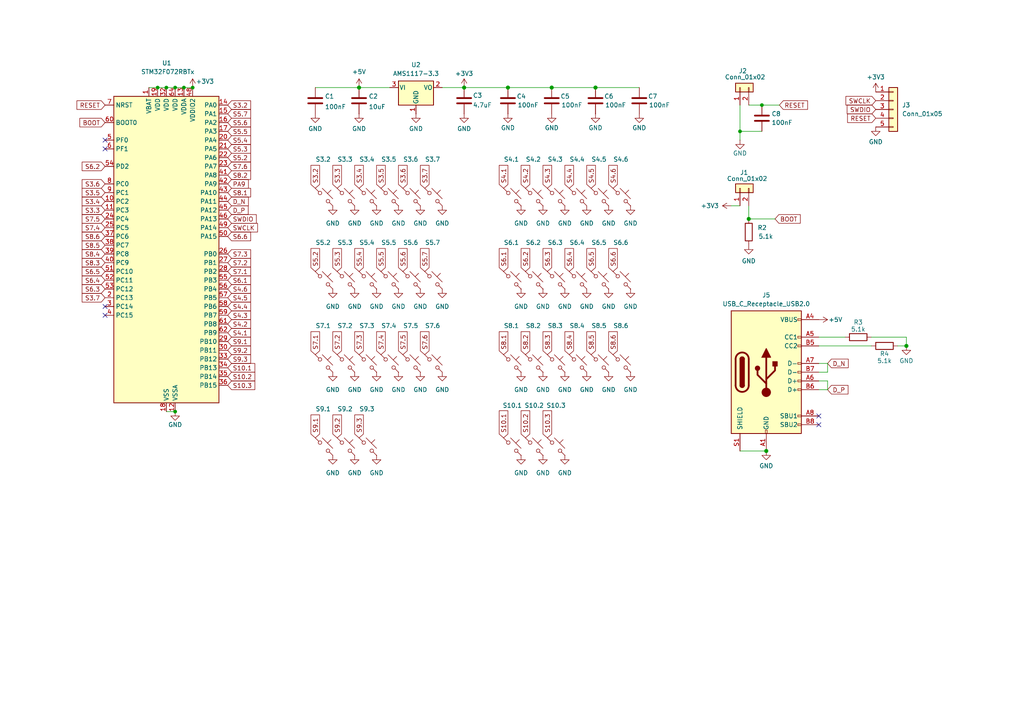
<source format=kicad_sch>
(kicad_sch (version 20231120) (generator "eeschema") (generator_version "8.0")
  (paper "A4")
  (lib_symbols
    (symbol "Connector:USB_C_Receptacle_USB2.0" (pin_names (offset 1.016))
      (property "Reference" "J" (at -10.16 19.05 0))
      (property "Value" "USB_C_Receptacle_USB2.0" (at 19.05 19.05 0))
      (symbol "USB_C_Receptacle_USB2.0_1_1"
        (pin passive line (at 0 -22.86 90) (length 5.08) (name "GND") (number "A1"))
        (pin passive line (at 0 -22.86 90) (length 5.08) hide (name "GND") (number "A12"))
        (pin passive line (at 15.24 15.24 180) (length 5.08) (name "VBUS") (number "A4"))
        (pin bidirectional line (at 15.24 10.16 180) (length 5.08) (name "CC1") (number "A5"))
        (pin bidirectional line (at 15.24 -2.54 180) (length 5.08) (name "D+") (number "A6"))
        (pin bidirectional line (at 15.24 2.54 180) (length 5.08) (name "D-") (number "A7"))
        (pin bidirectional line (at 15.24 -12.7 180) (length 5.08) (name "SBU1") (number "A8"))
        (pin passive line (at 15.24 15.24 180) (length 5.08) hide (name "VBUS") (number "A9"))
        (pin passive line (at 0 -22.86 90) (length 5.08) hide (name "GND") (number "B1"))
        (pin passive line (at 0 -22.86 90) (length 5.08) hide (name "GND") (number "B12"))
        (pin passive line (at 15.24 15.24 180) (length 5.08) hide (name "VBUS") (number "B4"))
        (pin bidirectional line (at 15.24 7.62 180) (length 5.08) (name "CC2") (number "B5"))
        (pin bidirectional line (at 15.24 -5.08 180) (length 5.08) (name "D+") (number "B6"))
        (pin bidirectional line (at 15.24 0 180) (length 5.08) (name "D-") (number "B7"))
        (pin bidirectional line (at 15.24 -15.24 180) (length 5.08) (name "SBU2") (number "B8"))
        (pin passive line (at 15.24 15.24 180) (length 5.08) hide (name "VBUS") (number "B9"))
        (pin passive line (at -7.62 -22.86 90) (length 5.08) (name "SHIELD") (number "S1"))
      )
    )
    (symbol "Connector_Generic:Conn_01x02" (pin_names (offset 1.016) hide)
      (property "Reference" "J" (at 0 2.54 0))
      (property "Value" "Conn_01x02" (at 0 -5.08 0))
      (symbol "Conn_01x02_1_1"
        (pin passive line (at -5.08 0 0) (length 3.81) (name "Pin_1") (number "1"))
        (pin passive line (at -5.08 -2.54 0) (length 3.81) (name "Pin_2") (number "2"))
      )
    )
    (symbol "Connector_Generic:Conn_01x05" (pin_names (offset 1.016) hide)
      (property "Reference" "J" (at 0 7.62 0))
      (property "Value" "Conn_01x05" (at 0 -7.62 0))
      (symbol "Conn_01x05_1_1"
        (pin passive line (at -5.08 5.08 0) (length 3.81) (name "Pin_1") (number "1"))
        (pin passive line (at -5.08 2.54 0) (length 3.81) (name "Pin_2") (number "2"))
        (pin passive line (at -5.08 0 0) (length 3.81) (name "Pin_3") (number "3"))
        (pin passive line (at -5.08 -2.54 0) (length 3.81) (name "Pin_4") (number "4"))
        (pin passive line (at -5.08 -5.08 0) (length 3.81) (name "Pin_5") (number "5"))
      )
    )
    (symbol "Device:C" (pin_numbers hide) (pin_names (offset 0.254))
      (property "Reference" "C" (at 0.635 2.54 0))
      (property "Value" "C" (at 0.635 -2.54 0))
      (symbol "C_1_1"
        (pin passive line (at 0 3.81 270) (length 2.794) (name "~") (number "1"))
        (pin passive line (at 0 -3.81 90) (length 2.794) (name "~") (number "2"))
      )
    )
    (symbol "Device:R" (pin_numbers hide) (pin_names (offset 0))
      (property "Reference" "R" (at 2.032 0 90))
      (property "Value" "R" (at 0 0 90))
      (symbol "R_1_1"
        (pin passive line (at 0 3.81 270) (length 1.27) (name "~") (number "1"))
        (pin passive line (at 0 -3.81 90) (length 1.27) (name "~") (number "2"))
      )
    )
    (symbol "MCU_ST_STM32F0:STM32F072RBTx"
      (property "Reference" "U" (at -15.24 46.99 0))
      (property "Value" "STM32F072RBTx" (at 10.16 46.99 0))
      (symbol "STM32F072RBTx_1_1"
        (pin power_in line (at -5.08 48.26 270) (length 2.54) (name "VBAT") (number "1"))
        (pin bidirectional line (at -17.78 15.24 0) (length 2.54) (name "PC2") (number "10"))
        (pin bidirectional line (at -17.78 12.7 0) (length 2.54) (name "PC3") (number "11"))
        (pin power_in line (at 2.54 -45.72 90) (length 2.54) (name "VSSA") (number "12"))
        (pin power_in line (at 5.08 48.26 270) (length 2.54) (name "VDDA") (number "13"))
        (pin bidirectional line (at 17.78 43.18 180) (length 2.54) (name "PA0") (number "14"))
        (pin bidirectional line (at 17.78 40.64 180) (length 2.54) (name "PA1") (number "15"))
        (pin bidirectional line (at 17.78 38.1 180) (length 2.54) (name "PA2") (number "16"))
        (pin bidirectional line (at 17.78 35.56 180) (length 2.54) (name "PA3") (number "17"))
        (pin power_in line (at 0 -45.72 90) (length 2.54) (name "VSS") (number "18"))
        (pin power_in line (at -2.54 48.26 270) (length 2.54) (name "VDD") (number "19"))
        (pin bidirectional line (at -17.78 -12.7 0) (length 2.54) (name "PC13") (number "2"))
        (pin bidirectional line (at 17.78 33.02 180) (length 2.54) (name "PA4") (number "20"))
        (pin bidirectional line (at 17.78 30.48 180) (length 2.54) (name "PA5") (number "21"))
        (pin bidirectional line (at 17.78 27.94 180) (length 2.54) (name "PA6") (number "22"))
        (pin bidirectional line (at 17.78 25.4 180) (length 2.54) (name "PA7") (number "23"))
        (pin bidirectional line (at -17.78 10.16 0) (length 2.54) (name "PC4") (number "24"))
        (pin bidirectional line (at -17.78 7.62 0) (length 2.54) (name "PC5") (number "25"))
        (pin bidirectional line (at 17.78 0 180) (length 2.54) (name "PB0") (number "26"))
        (pin bidirectional line (at 17.78 -2.54 180) (length 2.54) (name "PB1") (number "27"))
        (pin bidirectional line (at 17.78 -5.08 180) (length 2.54) (name "PB2") (number "28"))
        (pin bidirectional line (at 17.78 -25.4 180) (length 2.54) (name "PB10") (number "29"))
        (pin bidirectional line (at -17.78 -15.24 0) (length 2.54) (name "PC14") (number "3"))
        (pin bidirectional line (at 17.78 -27.94 180) (length 2.54) (name "PB11") (number "30"))
        (pin passive line (at 0 -45.72 90) (length 2.54) hide (name "VSS") (number "31"))
        (pin power_in line (at 0 48.26 270) (length 2.54) (name "VDD") (number "32"))
        (pin bidirectional line (at 17.78 -30.48 180) (length 2.54) (name "PB12") (number "33"))
        (pin bidirectional line (at 17.78 -33.02 180) (length 2.54) (name "PB13") (number "34"))
        (pin bidirectional line (at 17.78 -35.56 180) (length 2.54) (name "PB14") (number "35"))
        (pin bidirectional line (at 17.78 -38.1 180) (length 2.54) (name "PB15") (number "36"))
        (pin bidirectional line (at -17.78 5.08 0) (length 2.54) (name "PC6") (number "37"))
        (pin bidirectional line (at -17.78 2.54 0) (length 2.54) (name "PC7") (number "38"))
        (pin bidirectional line (at -17.78 0 0) (length 2.54) (name "PC8") (number "39"))
        (pin bidirectional line (at -17.78 -17.78 0) (length 2.54) (name "PC15") (number "4"))
        (pin bidirectional line (at -17.78 -2.54 0) (length 2.54) (name "PC9") (number "40"))
        (pin bidirectional line (at 17.78 22.86 180) (length 2.54) (name "PA8") (number "41"))
        (pin bidirectional line (at 17.78 20.32 180) (length 2.54) (name "PA9") (number "42"))
        (pin bidirectional line (at 17.78 17.78 180) (length 2.54) (name "PA10") (number "43"))
        (pin bidirectional line (at 17.78 15.24 180) (length 2.54) (name "PA11") (number "44"))
        (pin bidirectional line (at 17.78 12.7 180) (length 2.54) (name "PA12") (number "45"))
        (pin bidirectional line (at 17.78 10.16 180) (length 2.54) (name "PA13") (number "46"))
        (pin passive line (at 0 -45.72 90) (length 2.54) hide (name "VSS") (number "47"))
        (pin power_in line (at 7.62 48.26 270) (length 2.54) (name "VDDIO2") (number "48"))
        (pin bidirectional line (at 17.78 7.62 180) (length 2.54) (name "PA14") (number "49"))
        (pin bidirectional line (at -17.78 33.02 0) (length 2.54) (name "PF0") (number "5"))
        (pin bidirectional line (at 17.78 5.08 180) (length 2.54) (name "PA15") (number "50"))
        (pin bidirectional line (at -17.78 -5.08 0) (length 2.54) (name "PC10") (number "51"))
        (pin bidirectional line (at -17.78 -7.62 0) (length 2.54) (name "PC11") (number "52"))
        (pin bidirectional line (at -17.78 -10.16 0) (length 2.54) (name "PC12") (number "53"))
        (pin bidirectional line (at -17.78 25.4 0) (length 2.54) (name "PD2") (number "54"))
        (pin bidirectional line (at 17.78 -7.62 180) (length 2.54) (name "PB3") (number "55"))
        (pin bidirectional line (at 17.78 -10.16 180) (length 2.54) (name "PB4") (number "56"))
        (pin bidirectional line (at 17.78 -12.7 180) (length 2.54) (name "PB5") (number "57"))
        (pin bidirectional line (at 17.78 -15.24 180) (length 2.54) (name "PB6") (number "58"))
        (pin bidirectional line (at 17.78 -17.78 180) (length 2.54) (name "PB7") (number "59"))
        (pin bidirectional line (at -17.78 30.48 0) (length 2.54) (name "PF1") (number "6"))
        (pin input line (at -17.78 38.1 0) (length 2.54) (name "BOOT0") (number "60"))
        (pin bidirectional line (at 17.78 -20.32 180) (length 2.54) (name "PB8") (number "61"))
        (pin bidirectional line (at 17.78 -22.86 180) (length 2.54) (name "PB9") (number "62"))
        (pin passive line (at 0 -45.72 90) (length 2.54) hide (name "VSS") (number "63"))
        (pin power_in line (at 2.54 48.26 270) (length 2.54) (name "VDD") (number "64"))
        (pin input line (at -17.78 43.18 0) (length 2.54) (name "NRST") (number "7"))
        (pin bidirectional line (at -17.78 20.32 0) (length 2.54) (name "PC0") (number "8"))
        (pin bidirectional line (at -17.78 17.78 0) (length 2.54) (name "PC1") (number "9"))
      )
    )
    (symbol "Regulator_Linear:AMS1117-3.3" (pin_names (offset 0.254))
      (property "Reference" "U" (at -3.81 3.175 0))
      (property "Value" "AMS1117-3.3" (at 0 3.175 0))
      (symbol "AMS1117-3.3_1_1"
        (pin power_in line (at 0 -7.62 90) (length 2.54) (name "GND") (number "1"))
        (pin power_out line (at 7.62 0 180) (length 2.54) (name "VO") (number "2"))
        (pin power_in line (at -7.62 0 0) (length 2.54) (name "VI") (number "3"))
      )
    )
    (symbol "ScottoKeebs:Placeholder_Keyswitch" (pin_numbers hide) (pin_names (offset 1.016) hide)
      (property "Reference" "S" (at 3.048 1.016 0))
      (property "Value" "Keyswitch" (at 0 -3.81 0))
      (symbol "Placeholder_Keyswitch_0_1"
        (pin passive line (at -2.54 2.54 0) (length 0) (name "1") (number "1"))
        (pin passive line (at 2.54 -2.54 180) (length 0) (name "2") (number "2"))
      )
    )
    (symbol "power:+3V3" (power) (pin_names (offset 0))
      (property "Value" "+3V3" (at 0 3.556 0))
      (symbol "+3V3_1_1"
        (pin power_in line (at 0 0 90) (length 0) hide (name "+3V3") (number "1"))
      )
    )
    (symbol "power:+5V" (power) (pin_names (offset 0))
      (property "Value" "+5V" (at 0 3.556 0))
      (symbol "+5V_1_1"
        (pin power_in line (at 0 0 90) (length 0) hide (name "+5V") (number "1"))
      )
    )
    (symbol "power:GND" (power) (pin_numbers hide) (pin_names (offset 0) hide)
      (property "Value" "GND" (at 0 -3.81 0))
      (symbol "GND_1_1"
        (pin power_in line (at 0 0 270) (length 0) (name "~") (number "1"))
      )
    )
  )
  (junction (at 160.02 25.4) (diameter 1.016))
  (junction (at 134.62 25.4) (diameter 1.016))
  (junction (at 50.8 119.38))
  (junction (at 53.34 25.4))
  (junction (at 48.26 25.4))
  (junction (at 55.88 25.4))
  (junction (at 147.32 25.4) (diameter 1.016))
  (junction (at 222.25 130.81) (diameter 1.016))
  (junction (at 45.72 25.4))
  (junction (at 214.63 38.1))
  (junction (at 104.14 25.4) (diameter 1.016))
  (junction (at 217.17 63.5) (diameter 1.016))
  (junction (at 50.8 25.4))
  (junction (at 220.98 30.48))
  (junction (at 262.89 100.33) (diameter 1.016))
  (junction (at 172.72 25.4) (diameter 1.016))
  (no_connect (at 30.48 91.44))
  (no_connect (at 30.48 88.9))
  (no_connect (at 237.49 120.65))
  (no_connect (at 30.48 43.18))
  (no_connect (at 30.48 40.64))
  (no_connect (at 237.49 123.19))
  (wire (pts (xy 240.03 107.95) (xy 240.03 105.41)))
  (wire (pts (xy 214.63 38.1) (xy 214.63 30.48)))
  (wire (pts (xy 147.32 25.4) (xy 160.02 25.4)))
  (wire (pts (xy 214.63 40.64) (xy 214.63 38.1)))
  (wire (pts (xy 43.18 25.4) (xy 45.72 25.4)))
  (wire (pts (xy 214.63 38.1) (xy 220.98 38.1)))
  (wire (pts (xy 48.26 119.38) (xy 50.8 119.38)))
  (wire (pts (xy 217.17 59.69) (xy 217.17 63.5)))
  (wire (pts (xy 91.44 25.4) (xy 104.14 25.4)))
  (wire (pts (xy 260.35 100.33) (xy 262.89 100.33)))
  (wire (pts (xy 172.72 25.4) (xy 185.42 25.4)))
  (wire (pts (xy 226.06 30.48) (xy 220.98 30.48)))
  (wire (pts (xy 237.49 113.03) (xy 240.03 113.03)))
  (wire (pts (xy 237.49 100.33) (xy 252.73 100.33)))
  (wire (pts (xy 53.34 25.4) (xy 55.88 25.4)))
  (wire (pts (xy 237.49 110.49) (xy 240.03 110.49)))
  (wire (pts (xy 240.03 110.49) (xy 240.03 113.03)))
  (wire (pts (xy 50.8 25.4) (xy 53.34 25.4)))
  (wire (pts (xy 220.98 30.48) (xy 217.17 30.48)))
  (wire (pts (xy 237.49 97.79) (xy 245.11 97.79)))
  (wire (pts (xy 237.49 105.41) (xy 240.03 105.41)))
  (wire (pts (xy 134.62 25.4) (xy 147.32 25.4)))
  (wire (pts (xy 160.02 25.4) (xy 172.72 25.4)))
  (wire (pts (xy 45.72 25.4) (xy 48.26 25.4)))
  (wire (pts (xy 104.14 25.4) (xy 113.03 25.4)))
  (wire (pts (xy 48.26 25.4) (xy 50.8 25.4)))
  (wire (pts (xy 212.09 59.69) (xy 214.63 59.69)))
  (wire (pts (xy 217.17 63.5) (xy 224.79 63.5)))
  (wire (pts (xy 214.63 130.81) (xy 222.25 130.81)))
  (wire (pts (xy 128.27 25.4) (xy 134.62 25.4)))
  (wire (pts (xy 262.89 97.79) (xy 262.89 100.33)))
  (wire (pts (xy 252.73 97.79) (xy 262.89 97.79)))
  (wire (pts (xy 237.49 107.95) (xy 240.03 107.95)))
  (global_label "S3.4" (shape input) (at 30.48 58.42 180) (property "Intersheetrefs" "${INTERSHEET_REFS}" (effects (hide yes))))
  (global_label "S6.3" (shape input) (at 30.48 83.82 180) (property "Intersheetrefs" "${INTERSHEET_REFS}" (effects (hide yes))))
  (global_label "S3.3" (shape input) (at 30.48 60.96 180) (property "Intersheetrefs" "${INTERSHEET_REFS}" (effects (hide yes))))
  (global_label "RESET" (shape input) (at 226.06 30.48 0) (property "Intersheetrefs" "${INTERSHEET_REFS}" (effects (hide yes))))
  (global_label "S4.4" (shape input) (at 66.04 88.9 0) (property "Intersheetrefs" "${INTERSHEET_REFS}" (effects (hide yes))))
  (global_label "S5.6" (shape input) (at 66.04 35.56 0) (property "Intersheetrefs" "${INTERSHEET_REFS}" (effects (hide yes))))
  (global_label "S7.6" (shape input) (at 66.04 48.26 0) (property "Intersheetrefs" "${INTERSHEET_REFS}" (effects (hide yes))))
  (global_label "S4.6" (shape input) (at 66.04 83.82 0) (property "Intersheetrefs" "${INTERSHEET_REFS}" (effects (hide yes))))
  (global_label "SWDIO" (shape input) (at 254 31.75 180) (property "Intersheetrefs" "${INTERSHEET_REFS}" (effects (hide yes))))
  (global_label "S7.1" (shape input) (at 66.04 78.74 0) (property "Intersheetrefs" "${INTERSHEET_REFS}" (effects (hide yes))))
  (global_label "S7.1" (shape input) (at 91.44 102.87 90) (property "Intersheetrefs" "${INTERSHEET_REFS}" (effects (hide yes))))
  (global_label "D_N" (shape input) (at 240.03 105.41 0) (property "Intersheetrefs" "${INTERSHEET_REFS}" (effects (hide yes))))
  (global_label "S3.2" (shape input) (at 91.44 54.61 90) (property "Intersheetrefs" "${INTERSHEET_REFS}" (effects (hide yes))))
  (global_label "S7.2" (shape input) (at 66.04 76.2 0) (property "Intersheetrefs" "${INTERSHEET_REFS}" (effects (hide yes))))
  (global_label "S6.4" (shape input) (at 30.48 81.28 180) (property "Intersheetrefs" "${INTERSHEET_REFS}" (effects (hide yes))))
  (global_label "S6.2" (shape input) (at 30.48 48.26 180) (property "Intersheetrefs" "${INTERSHEET_REFS}" (effects (hide yes))))
  (global_label "S5.7" (shape input) (at 66.04 33.02 0) (property "Intersheetrefs" "${INTERSHEET_REFS}" (effects (hide yes))))
  (global_label "S9.1" (shape input) (at 66.04 99.06 0) (property "Intersheetrefs" "${INTERSHEET_REFS}" (effects (hide yes))))
  (global_label "S3.6" (shape input) (at 30.48 53.34 180) (property "Intersheetrefs" "${INTERSHEET_REFS}" (effects (hide yes))))
  (global_label "S5.5" (shape input) (at 110.49 78.74 90) (property "Intersheetrefs" "${INTERSHEET_REFS}" (effects (hide yes))))
  (global_label "S8.2" (shape input) (at 66.04 50.8 0) (property "Intersheetrefs" "${INTERSHEET_REFS}" (effects (hide yes))))
  (global_label "S8.4" (shape input) (at 165.1 102.87 90) (property "Intersheetrefs" "${INTERSHEET_REFS}" (effects (hide yes))))
  (global_label "S6.6" (shape input) (at 177.8 78.74 90) (property "Intersheetrefs" "${INTERSHEET_REFS}" (effects (hide yes))))
  (global_label "S5.3" (shape input) (at 66.04 43.18 0) (property "Intersheetrefs" "${INTERSHEET_REFS}" (effects (hide yes))))
  (global_label "S10.1" (shape input) (at 146.05 127 90) (property "Intersheetrefs" "${INTERSHEET_REFS}" (effects (hide yes))))
  (global_label "S4.2" (shape input) (at 66.04 93.98 0) (property "Intersheetrefs" "${INTERSHEET_REFS}" (effects (hide yes))))
  (global_label "S10.3" (shape input) (at 158.75 127 90) (property "Intersheetrefs" "${INTERSHEET_REFS}" (effects (hide yes))))
  (global_label "PA9" (shape input) (at 66.04 53.34 0) (property "Intersheetrefs" "${INTERSHEET_REFS}" (effects (hide yes))))
  (global_label "S4.6" (shape input) (at 177.8 54.61 90) (property "Intersheetrefs" "${INTERSHEET_REFS}" (effects (hide yes))))
  (global_label "S3.3" (shape input) (at 97.79 54.61 90) (property "Intersheetrefs" "${INTERSHEET_REFS}" (effects (hide yes))))
  (global_label "S5.7" (shape input) (at 123.19 78.74 90) (property "Intersheetrefs" "${INTERSHEET_REFS}" (effects (hide yes))))
  (global_label "S6.2" (shape input) (at 152.4 78.74 90) (property "Intersheetrefs" "${INTERSHEET_REFS}" (effects (hide yes))))
  (global_label "S7.3" (shape input) (at 104.14 102.87 90) (property "Intersheetrefs" "${INTERSHEET_REFS}" (effects (hide yes))))
  (global_label "S6.6" (shape input) (at 66.04 68.58 0) (property "Intersheetrefs" "${INTERSHEET_REFS}" (effects (hide yes))))
  (global_label "SWCLK" (shape input) (at 254 29.21 180) (property "Intersheetrefs" "${INTERSHEET_REFS}" (effects (hide yes))))
  (global_label "S9.2" (shape input) (at 97.79 127 90) (property "Intersheetrefs" "${INTERSHEET_REFS}" (effects (hide yes))))
  (global_label "S8.3" (shape input) (at 158.75 102.87 90) (property "Intersheetrefs" "${INTERSHEET_REFS}" (effects (hide yes))))
  (global_label "S3.5" (shape input) (at 110.49 54.61 90) (property "Intersheetrefs" "${INTERSHEET_REFS}" (effects (hide yes))))
  (global_label "D_P" (shape input) (at 66.04 60.96 0) (property "Intersheetrefs" "${INTERSHEET_REFS}" (effects (hide yes))))
  (global_label "S10.2" (shape input) (at 66.04 109.22 0) (property "Intersheetrefs" "${INTERSHEET_REFS}" (effects (hide yes))))
  (global_label "S5.2" (shape input) (at 66.04 45.72 0) (property "Intersheetrefs" "${INTERSHEET_REFS}" (effects (hide yes))))
  (global_label "S3.4" (shape input) (at 104.14 54.61 90) (property "Intersheetrefs" "${INTERSHEET_REFS}" (effects (hide yes))))
  (global_label "S10.2" (shape input) (at 152.4 127 90) (property "Intersheetrefs" "${INTERSHEET_REFS}" (effects (hide yes))))
  (global_label "S3.5" (shape input) (at 30.48 55.88 180) (property "Intersheetrefs" "${INTERSHEET_REFS}" (effects (hide yes))))
  (global_label "S9.1" (shape input) (at 91.44 127 90) (property "Intersheetrefs" "${INTERSHEET_REFS}" (effects (hide yes))))
  (global_label "S4.5" (shape input) (at 171.45 54.61 90) (property "Intersheetrefs" "${INTERSHEET_REFS}" (effects (hide yes))))
  (global_label "S5.4" (shape input) (at 66.04 40.64 0) (property "Intersheetrefs" "${INTERSHEET_REFS}" (effects (hide yes))))
  (global_label "RESET" (shape input) (at 254 34.29 180) (property "Intersheetrefs" "${INTERSHEET_REFS}" (effects (hide yes))))
  (global_label "S8.4" (shape input) (at 30.48 73.66 180) (property "Intersheetrefs" "${INTERSHEET_REFS}" (effects (hide yes))))
  (global_label "BOOT" (shape input) (at 224.79 63.5 0) (property "Intersheetrefs" "${INTERSHEET_REFS}" (effects (hide yes))))
  (global_label "S7.4" (shape input) (at 30.48 66.04 180) (property "Intersheetrefs" "${INTERSHEET_REFS}" (effects (hide yes))))
  (global_label "S5.6" (shape input) (at 116.84 78.74 90) (property "Intersheetrefs" "${INTERSHEET_REFS}" (effects (hide yes))))
  (global_label "S3.6" (shape input) (at 116.84 54.61 90) (property "Intersheetrefs" "${INTERSHEET_REFS}" (effects (hide yes))))
  (global_label "S9.2" (shape input) (at 66.04 101.6 0) (property "Intersheetrefs" "${INTERSHEET_REFS}" (effects (hide yes))))
  (global_label "S7.5" (shape input) (at 30.48 63.5 180) (property "Intersheetrefs" "${INTERSHEET_REFS}" (effects (hide yes))))
  (global_label "SWCLK" (shape input) (at 66.04 66.04 0) (property "Intersheetrefs" "${INTERSHEET_REFS}" (effects (hide yes))))
  (global_label "S7.5" (shape input) (at 116.84 102.87 90) (property "Intersheetrefs" "${INTERSHEET_REFS}" (effects (hide yes))))
  (global_label "S5.4" (shape input) (at 104.14 78.74 90) (property "Intersheetrefs" "${INTERSHEET_REFS}" (effects (hide yes))))
  (global_label "S5.3" (shape input) (at 97.79 78.74 90) (property "Intersheetrefs" "${INTERSHEET_REFS}" (effects (hide yes))))
  (global_label "S7.6" (shape input) (at 123.19 102.87 90) (property "Intersheetrefs" "${INTERSHEET_REFS}" (effects (hide yes))))
  (global_label "S4.1" (shape input) (at 146.05 54.61 90) (property "Intersheetrefs" "${INTERSHEET_REFS}" (effects (hide yes))))
  (global_label "S7.3" (shape input) (at 66.04 73.66 0) (property "Intersheetrefs" "${INTERSHEET_REFS}" (effects (hide yes))))
  (global_label "BOOT" (shape input) (at 30.48 35.56 180) (property "Intersheetrefs" "${INTERSHEET_REFS}" (effects (hide yes))))
  (global_label "S6.4" (shape input) (at 165.1 78.74 90) (property "Intersheetrefs" "${INTERSHEET_REFS}" (effects (hide yes))))
  (global_label "S8.6" (shape input) (at 177.8 102.87 90) (property "Intersheetrefs" "${INTERSHEET_REFS}" (effects (hide yes))))
  (global_label "D_P" (shape input) (at 240.03 113.03 0) (property "Intersheetrefs" "${INTERSHEET_REFS}" (effects (hide yes))))
  (global_label "S7.2" (shape input) (at 97.79 102.87 90) (property "Intersheetrefs" "${INTERSHEET_REFS}" (effects (hide yes))))
  (global_label "S8.2" (shape input) (at 152.4 102.87 90) (property "Intersheetrefs" "${INTERSHEET_REFS}" (effects (hide yes))))
  (global_label "S3.7" (shape input) (at 123.19 54.61 90) (property "Intersheetrefs" "${INTERSHEET_REFS}" (effects (hide yes))))
  (global_label "S6.1" (shape input) (at 146.05 78.74 90) (property "Intersheetrefs" "${INTERSHEET_REFS}" (effects (hide yes))))
  (global_label "S7.4" (shape input) (at 110.49 102.87 90) (property "Intersheetrefs" "${INTERSHEET_REFS}" (effects (hide yes))))
  (global_label "S8.5" (shape input) (at 30.48 71.12 180) (property "Intersheetrefs" "${INTERSHEET_REFS}" (effects (hide yes))))
  (global_label "S6.1" (shape input) (at 66.04 81.28 0) (property "Intersheetrefs" "${INTERSHEET_REFS}" (effects (hide yes))))
  (global_label "S4.2" (shape input) (at 152.4 54.61 90) (property "Intersheetrefs" "${INTERSHEET_REFS}" (effects (hide yes))))
  (global_label "S5.5" (shape input) (at 66.04 38.1 0) (property "Intersheetrefs" "${INTERSHEET_REFS}" (effects (hide yes))))
  (global_label "RESET" (shape input) (at 30.48 30.48 180) (property "Intersheetrefs" "${INTERSHEET_REFS}" (effects (hide yes))))
  (global_label "SWDIO" (shape input) (at 66.04 63.5 0) (property "Intersheetrefs" "${INTERSHEET_REFS}" (effects (hide yes))))
  (global_label "S8.3" (shape input) (at 30.48 76.2 180) (property "Intersheetrefs" "${INTERSHEET_REFS}" (effects (hide yes))))
  (global_label "S8.6" (shape input) (at 30.48 68.58 180) (property "Intersheetrefs" "${INTERSHEET_REFS}" (effects (hide yes))))
  (global_label "S6.5" (shape input) (at 30.48 78.74 180) (property "Intersheetrefs" "${INTERSHEET_REFS}" (effects (hide yes))))
  (global_label "S10.1" (shape input) (at 66.04 106.68 0) (property "Intersheetrefs" "${INTERSHEET_REFS}" (effects (hide yes))))
  (global_label "S8.1" (shape input) (at 146.05 102.87 90) (property "Intersheetrefs" "${INTERSHEET_REFS}" (effects (hide yes))))
  (global_label "S10.3" (shape input) (at 66.04 111.76 0) (property "Intersheetrefs" "${INTERSHEET_REFS}" (effects (hide yes))))
  (global_label "S4.3" (shape input) (at 66.04 91.44 0) (property "Intersheetrefs" "${INTERSHEET_REFS}" (effects (hide yes))))
  (global_label "S9.3" (shape input) (at 66.04 104.14 0) (property "Intersheetrefs" "${INTERSHEET_REFS}" (effects (hide yes))))
  (global_label "S5.2" (shape input) (at 91.44 78.74 90) (property "Intersheetrefs" "${INTERSHEET_REFS}" (effects (hide yes))))
  (global_label "S4.1" (shape input) (at 66.04 96.52 0) (property "Intersheetrefs" "${INTERSHEET_REFS}" (effects (hide yes))))
  (global_label "S4.5" (shape input) (at 66.04 86.36 0) (property "Intersheetrefs" "${INTERSHEET_REFS}" (effects (hide yes))))
  (global_label "S3.7" (shape input) (at 30.48 86.36 180) (property "Intersheetrefs" "${INTERSHEET_REFS}" (effects (hide yes))))
  (global_label "S8.5" (shape input) (at 171.45 102.87 90) (property "Intersheetrefs" "${INTERSHEET_REFS}" (effects (hide yes))))
  (global_label "S4.3" (shape input) (at 158.75 54.61 90) (property "Intersheetrefs" "${INTERSHEET_REFS}" (effects (hide yes))))
  (global_label "S4.4" (shape input) (at 165.1 54.61 90) (property "Intersheetrefs" "${INTERSHEET_REFS}" (effects (hide yes))))
  (global_label "D_N" (shape input) (at 66.04 58.42 0) (property "Intersheetrefs" "${INTERSHEET_REFS}" (effects (hide yes))))
  (global_label "S8.1" (shape input) (at 66.04 55.88 0) (property "Intersheetrefs" "${INTERSHEET_REFS}" (effects (hide yes))))
  (global_label "S9.3" (shape input) (at 104.14 127 90) (property "Intersheetrefs" "${INTERSHEET_REFS}" (effects (hide yes))))
  (global_label "S6.3" (shape input) (at 158.75 78.74 90) (property "Intersheetrefs" "${INTERSHEET_REFS}" (effects (hide yes))))
  (global_label "S3.2" (shape input) (at 66.04 30.48 0) (property "Intersheetrefs" "${INTERSHEET_REFS}" (effects (hide yes))))
  (global_label "S6.5" (shape input) (at 171.45 78.74 90) (property "Intersheetrefs" "${INTERSHEET_REFS}" (effects (hide yes))))
  (symbol (lib_id "ScottoKeebs:Placeholder_Keyswitch") (at 173.99 57.15 0) (unit 1)
    (property "Reference" "S4.5" (at 173.736 46.228 0))
    (property "Value" "Keyswitch" (effects (hide yes)))
    (property "Footprint" "ScottoKeebs_Choc:Choc_V1_1.00u" (effects (hide yes)))
    (property "Description" "Push button switch, normally open, two pins, 45° tilted" (effects (hide yes)))
  )
  (symbol (lib_id "ScottoKeebs:Placeholder_Keyswitch") (at 119.38 81.28 0) (unit 1)
    (property "Reference" "S5.6" (at 119.126 70.358 0))
    (property "Value" "Keyswitch" (effects (hide yes)))
    (property "Footprint" "ScottoKeebs_Choc:Choc_V1_1.00u" (effects (hide yes)))
    (property "Description" "Push button switch, normally open, two pins, 45° tilted" (effects (hide yes)))
  )
  (symbol (lib_id "ScottoKeebs:Placeholder_Keyswitch") (at 106.68 129.54 0) (unit 1)
    (property "Reference" "S9.3" (at 106.426 118.618 0))
    (property "Value" "Keyswitch" (effects (hide yes)))
    (property "Footprint" "ScottoKeebs_Choc:Choc_V1_1.00u" (effects (hide yes)))
    (property "Description" "Push button switch, normally open, two pins, 45° tilted" (effects (hide yes)))
  )
  (symbol (lib_id "Device:R") (at 217.17 67.31 180) (unit 1)
    (property "Reference" "R2" (at 219.71 66.04 0) (effects (justify right)))
    (property "Value" "5.1k" (at 219.964 68.58 0) (effects (justify right)))
    (property "Footprint" "Resistor_SMD:R_0603_1608Metric" (effects (hide yes)))
  )
  (symbol (lib_id "power:GND") (at 151.13 132.08 0) (unit 1)
    (property "Reference" "#PWR057" (effects (hide yes)))
    (property "Value" "GND" (at 151.13 137.16 0))
    (property "Description" "Power symbol creates a global label with name \"GND\" , ground" (effects (hide yes)))
  )
  (symbol (lib_id "power:GND") (at 134.62 33.02 0) (unit 1)
    (property "Reference" "#PWR074" (effects (hide yes)))
    (property "Value" "GND" (at 134.62 37.338 0))
  )
  (symbol (lib_id "power:GND") (at 109.22 59.69 0) (unit 1)
    (property "Reference" "#PWR016" (effects (hide yes)))
    (property "Value" "GND" (at 109.22 64.77 0))
    (property "Description" "Power symbol creates a global label with name \"GND\" , ground" (effects (hide yes)))
  )
  (symbol (lib_id "ScottoKeebs:Placeholder_Keyswitch") (at 161.29 57.15 0) (unit 1)
    (property "Reference" "S4.3" (at 161.036 46.228 0))
    (property "Value" "Keyswitch" (effects (hide yes)))
    (property "Footprint" "ScottoKeebs_Choc:Choc_V1_1.00u" (effects (hide yes)))
    (property "Description" "Push button switch, normally open, two pins, 45° tilted" (effects (hide yes)))
  )
  (symbol (lib_id "ScottoKeebs:Placeholder_Keyswitch") (at 125.73 105.41 0) (unit 1)
    (property "Reference" "S7.6" (at 125.476 94.488 0))
    (property "Value" "Keyswitch" (effects (hide yes)))
    (property "Footprint" "ScottoKeebs_Choc:Choc_V1_1.00u" (effects (hide yes)))
    (property "Description" "Push button switch, normally open, two pins, 45° tilted" (effects (hide yes)))
  )
  (symbol (lib_id "power:GND") (at 157.48 107.95 0) (unit 1)
    (property "Reference" "#PWR043" (effects (hide yes)))
    (property "Value" "GND" (at 157.48 113.03 0))
    (property "Description" "Power symbol creates a global label with name \"GND\" , ground" (effects (hide yes)))
  )
  (symbol (lib_id "power:GND") (at 163.83 83.82 0) (unit 1)
    (property "Reference" "#PWR044" (effects (hide yes)))
    (property "Value" "GND" (at 163.83 88.9 0))
    (property "Description" "Power symbol creates a global label with name \"GND\" , ground" (effects (hide yes)))
  )
  (symbol (lib_id "power:GND") (at 102.87 83.82 0) (unit 1)
    (property "Reference" "#PWR031" (effects (hide yes)))
    (property "Value" "GND" (at 102.87 88.9 0))
    (property "Description" "Power symbol creates a global label with name \"GND\" , ground" (effects (hide yes)))
  )
  (symbol (lib_id "power:+3V3") (at 55.88 25.4 0) (unit 1)
    (property "Reference" "#PWR01" (effects (hide yes)))
    (property "Value" "+3V3" (at 59.436 23.622 0))
  )
  (symbol (lib_id "Device:C") (at 91.44 29.21 0) (unit 1)
    (property "Reference" "C1" (at 94.234 27.94 0) (effects (justify left)))
    (property "Value" "100nF" (at 94.234 30.988 0) (effects (justify left)))
    (property "Footprint" "Capacitor_SMD:C_0603_1608Metric" (effects (hide yes)))
  )
  (symbol (lib_id "power:GND") (at 128.27 107.95 0) (unit 1)
    (property "Reference" "#PWR038" (effects (hide yes)))
    (property "Value" "GND" (at 128.27 113.03 0))
    (property "Description" "Power symbol creates a global label with name \"GND\" , ground" (effects (hide yes)))
  )
  (symbol (lib_id "power:GND") (at 151.13 59.69 0) (unit 1)
    (property "Reference" "#PWR019" (effects (hide yes)))
    (property "Value" "GND" (at 151.13 64.77 0))
    (property "Description" "Power symbol creates a global label with name \"GND\" , ground" (effects (hide yes)))
  )
  (symbol (lib_id "Connector_Generic:Conn_01x05") (at 259.08 31.75 0) (unit 1)
    (property "Reference" "J3" (at 261.62 30.48 0) (effects (justify left)))
    (property "Value" "Conn_01x05" (at 261.62 33.02 0) (effects (justify left)))
    (property "Footprint" "Connector_PinHeader_2.54mm:PinHeader_1x05_P2.54mm_Vertical" (effects (hide yes)))
  )
  (symbol (lib_id "power:GND") (at 157.48 132.08 0) (unit 1)
    (property "Reference" "#PWR058" (effects (hide yes)))
    (property "Value" "GND" (at 157.48 137.16 0))
    (property "Description" "Power symbol creates a global label with name \"GND\" , ground" (effects (hide yes)))
  )
  (symbol (lib_id "ScottoKeebs:Placeholder_Keyswitch") (at 148.59 105.41 0) (unit 1)
    (property "Reference" "S8.1" (at 148.336 94.488 0))
    (property "Value" "Keyswitch" (effects (hide yes)))
    (property "Footprint" "ScottoKeebs_Choc:Choc_V1_1.00u" (effects (hide yes)))
    (property "Description" "Push button switch, normally open, two pins, 45° tilted" (effects (hide yes)))
  )
  (symbol (lib_id "power:GND") (at 170.18 107.95 0) (unit 1)
    (property "Reference" "#PWR047" (effects (hide yes)))
    (property "Value" "GND" (at 170.18 113.03 0))
    (property "Description" "Power symbol creates a global label with name \"GND\" , ground" (effects (hide yes)))
  )
  (symbol (lib_id "power:GND") (at 121.92 59.69 0) (unit 1)
    (property "Reference" "#PWR018" (effects (hide yes)))
    (property "Value" "GND" (at 121.92 64.77 0))
    (property "Description" "Power symbol creates a global label with name \"GND\" , ground" (effects (hide yes)))
  )
  (symbol (lib_id "power:GND") (at 115.57 83.82 0) (unit 1)
    (property "Reference" "#PWR035" (effects (hide yes)))
    (property "Value" "GND" (at 115.57 88.9 0))
    (property "Description" "Power symbol creates a global label with name \"GND\" , ground" (effects (hide yes)))
  )
  (symbol (lib_id "Regulator_Linear:AMS1117-3.3") (at 120.65 25.4 0) (unit 1)
    (property "Reference" "U2" (at 120.65 18.796 0))
    (property "Value" "AMS1117-3.3" (at 120.65 21.336 0))
    (property "Footprint" "Package_TO_SOT_SMD:SOT-223-3_TabPin2" (effects (hide yes)))
    (property "Datasheet" "http://www.advanced-monolithic.com/pdf/ds1117.pdf" (effects (hide yes)))
  )
  (symbol (lib_id "power:GND") (at 182.88 107.95 0) (unit 1)
    (property "Reference" "#PWR051" (effects (hide yes)))
    (property "Value" "GND" (at 182.88 113.03 0))
    (property "Description" "Power symbol creates a global label with name \"GND\" , ground" (effects (hide yes)))
  )
  (symbol (lib_id "ScottoKeebs:Placeholder_Keyswitch") (at 93.98 129.54 0) (unit 1)
    (property "Reference" "S9.1" (at 93.726 118.618 0))
    (property "Value" "Keyswitch" (effects (hide yes)))
    (property "Footprint" "ScottoKeebs_Choc:Choc_V1_1.00u" (effects (hide yes)))
    (property "Description" "Push button switch, normally open, two pins, 45° tilted" (effects (hide yes)))
  )
  (symbol (lib_id "ScottoKeebs:Placeholder_Keyswitch") (at 119.38 105.41 0) (unit 1)
    (property "Reference" "S7.5" (at 119.126 94.488 0))
    (property "Value" "Keyswitch" (effects (hide yes)))
    (property "Footprint" "ScottoKeebs_Choc:Choc_V1_1.00u" (effects (hide yes)))
    (property "Description" "Push button switch, normally open, two pins, 45° tilted" (effects (hide yes)))
  )
  (symbol (lib_id "power:GND") (at 102.87 132.08 0) (unit 1)
    (property "Reference" "#PWR052" (effects (hide yes)))
    (property "Value" "GND" (at 102.87 137.16 0))
    (property "Description" "Power symbol creates a global label with name \"GND\" , ground" (effects (hide yes)))
  )
  (symbol (lib_id "power:GND") (at 262.89 100.33 0) (unit 1)
    (property "Reference" "#PWR081" (effects (hide yes)))
    (property "Value" "GND" (at 262.89 104.648 0))
  )
  (symbol (lib_id "power:GND") (at 151.13 83.82 0) (unit 1)
    (property "Reference" "#PWR040" (effects (hide yes)))
    (property "Value" "GND" (at 151.13 88.9 0))
    (property "Description" "Power symbol creates a global label with name \"GND\" , ground" (effects (hide yes)))
  )
  (symbol (lib_id "power:GND") (at 163.83 132.08 0) (unit 1)
    (property "Reference" "#PWR059" (effects (hide yes)))
    (property "Value" "GND" (at 163.83 137.16 0))
    (property "Description" "Power symbol creates a global label with name \"GND\" , ground" (effects (hide yes)))
  )
  (symbol (lib_id "power:+5V") (at 104.14 25.4 0) (unit 1)
    (property "Reference" "#PWR070" (effects (hide yes)))
    (property "Value" "+5V" (at 104.14 20.828 0))
  )
  (symbol (lib_id "power:GND") (at 102.87 107.95 0) (unit 1)
    (property "Reference" "#PWR030" (effects (hide yes)))
    (property "Value" "GND" (at 102.87 113.03 0))
    (property "Description" "Power symbol creates a global label with name \"GND\" , ground" (effects (hide yes)))
  )
  (symbol (lib_id "ScottoKeebs:Placeholder_Keyswitch") (at 167.64 57.15 0) (unit 1)
    (property "Reference" "S4.4" (at 167.386 46.228 0))
    (property "Value" "Keyswitch" (effects (hide yes)))
    (property "Footprint" "ScottoKeebs_Choc:Choc_V1_1.00u" (effects (hide yes)))
    (property "Description" "Push button switch, normally open, two pins, 45° tilted" (effects (hide yes)))
  )
  (symbol (lib_id "power:GND") (at 109.22 83.82 0) (unit 1)
    (property "Reference" "#PWR033" (effects (hide yes)))
    (property "Value" "GND" (at 109.22 88.9 0))
    (property "Description" "Power symbol creates a global label with name \"GND\" , ground" (effects (hide yes)))
  )
  (symbol (lib_id "power:GND") (at 120.65 33.02 0) (unit 1)
    (property "Reference" "#PWR072" (effects (hide yes)))
    (property "Value" "GND" (at 120.65 37.338 0))
  )
  (symbol (lib_id "ScottoKeebs:Placeholder_Keyswitch") (at 167.64 81.28 0) (unit 1)
    (property "Reference" "S6.4" (at 167.386 70.358 0))
    (property "Value" "Keyswitch" (effects (hide yes)))
    (property "Footprint" "ScottoKeebs_Choc:Choc_V1_1.00u" (effects (hide yes)))
    (property "Description" "Push button switch, normally open, two pins, 45° tilted" (effects (hide yes)))
  )
  (symbol (lib_id "power:GND") (at 151.13 107.95 0) (unit 1)
    (property "Reference" "#PWR041" (effects (hide yes)))
    (property "Value" "GND" (at 151.13 113.03 0))
    (property "Description" "Power symbol creates a global label with name \"GND\" , ground" (effects (hide yes)))
  )
  (symbol (lib_id "power:GND") (at 176.53 83.82 0) (unit 1)
    (property "Reference" "#PWR048" (effects (hide yes)))
    (property "Value" "GND" (at 176.53 88.9 0))
    (property "Description" "Power symbol creates a global label with name \"GND\" , ground" (effects (hide yes)))
  )
  (symbol (lib_id "Device:C") (at 147.32 29.21 0) (unit 1)
    (property "Reference" "C4" (at 149.86 27.94 0) (effects (justify left)))
    (property "Value" "100nF" (at 150.114 30.48 0) (effects (justify left)))
    (property "Footprint" "Capacitor_SMD:C_0603_1608Metric" (effects (hide yes)))
  )
  (symbol (lib_id "ScottoKeebs:Placeholder_Keyswitch") (at 100.33 81.28 0) (unit 1)
    (property "Reference" "S5.3" (at 100.076 70.358 0))
    (property "Value" "Keyswitch" (effects (hide yes)))
    (property "Footprint" "ScottoKeebs_Choc:Choc_V1_1.00u" (effects (hide yes)))
    (property "Description" "Push button switch, normally open, two pins, 45° tilted" (effects (hide yes)))
  )
  (symbol (lib_id "power:GND") (at 121.92 83.82 0) (unit 1)
    (property "Reference" "#PWR037" (effects (hide yes)))
    (property "Value" "GND" (at 121.92 88.9 0))
    (property "Description" "Power symbol creates a global label with name \"GND\" , ground" (effects (hide yes)))
  )
  (symbol (lib_id "power:GND") (at 109.22 132.08 0) (unit 1)
    (property "Reference" "#PWR053" (effects (hide yes)))
    (property "Value" "GND" (at 109.22 137.16 0))
    (property "Description" "Power symbol creates a global label with name \"GND\" , ground" (effects (hide yes)))
  )
  (symbol (lib_id "ScottoKeebs:Placeholder_Keyswitch") (at 173.99 81.28 0) (unit 1)
    (property "Reference" "S6.5" (at 173.736 70.358 0))
    (property "Value" "Keyswitch" (effects (hide yes)))
    (property "Footprint" "ScottoKeebs_Choc:Choc_V1_1.00u" (effects (hide yes)))
    (property "Description" "Push button switch, normally open, two pins, 45° tilted" (effects (hide yes)))
  )
  (symbol (lib_id "power:GND") (at 157.48 59.69 0) (unit 1)
    (property "Reference" "#PWR020" (effects (hide yes)))
    (property "Value" "GND" (at 157.48 64.77 0))
    (property "Description" "Power symbol creates a global label with name \"GND\" , ground" (effects (hide yes)))
  )
  (symbol (lib_id "ScottoKeebs:Placeholder_Keyswitch") (at 93.98 105.41 0) (unit 1)
    (property "Reference" "S7.1" (at 93.726 94.488 0))
    (property "Value" "Keyswitch" (effects (hide yes)))
    (property "Footprint" "ScottoKeebs_Choc:Choc_V1_1.00u" (effects (hide yes)))
    (property "Description" "Push button switch, normally open, two pins, 45° tilted" (effects (hide yes)))
  )
  (symbol (lib_id "ScottoKeebs:Placeholder_Keyswitch") (at 148.59 129.54 0) (unit 1)
    (property "Reference" "S10.1" (at 148.59 117.602 0))
    (property "Value" "Keyswitch" (effects (hide yes)))
    (property "Footprint" "ScottoKeebs_Choc:Choc_V1_1.00u" (effects (hide yes)))
    (property "Description" "Push button switch, normally open, two pins, 45° tilted" (effects (hide yes)))
  )
  (symbol (lib_id "power:GND") (at 96.52 83.82 0) (unit 1)
    (property "Reference" "#PWR029" (effects (hide yes)))
    (property "Value" "GND" (at 96.52 88.9 0))
    (property "Description" "Power symbol creates a global label with name \"GND\" , ground" (effects (hide yes)))
  )
  (symbol (lib_id "power:+5V") (at 237.49 92.71 270) (unit 1)
    (property "Reference" "#PWR080" (effects (hide yes)))
    (property "Value" "+5V" (at 240.284 92.71 90) (effects (justify left)))
  )
  (symbol (lib_id "MCU_ST_STM32F0:STM32F072RBTx") (at 48.26 73.66 0) (unit 1)
    (property "Reference" "U1" (at 46.99 18.288 0) (effects (justify left)))
    (property "Value" "STM32F072RBTx" (at 40.894 20.828 0) (effects (justify left)))
    (property "Footprint" "Package_QFP:LQFP-64_10x10mm_P0.5mm" (effects (hide yes)))
    (property "Datasheet" "https://www.st.com/resource/en/datasheet/stm32f072rb.pdf" (effects (hide yes)))
    (property "Description" "STMicroelectronics Arm Cortex-M0 MCU, 128KB flash, 16KB RAM, 48 MHz, 2.0-3.6V, 51 GPIO, LQFP64" (effects (hide yes)))
  )
  (symbol (lib_id "ScottoKeebs:Placeholder_Keyswitch") (at 167.64 105.41 0) (unit 1)
    (property "Reference" "S8.4" (at 167.386 94.488 0))
    (property "Value" "Keyswitch" (effects (hide yes)))
    (property "Footprint" "ScottoKeebs_Choc:Choc_V1_1.00u" (effects (hide yes)))
    (property "Description" "Push button switch, normally open, two pins, 45° tilted" (effects (hide yes)))
  )
  (symbol (lib_id "power:GND") (at 128.27 59.69 0) (unit 1)
    (property "Reference" "#PWR04" (effects (hide yes)))
    (property "Value" "GND" (at 128.27 64.77 0))
    (property "Description" "Power symbol creates a global label with name \"GND\" , ground" (effects (hide yes)))
  )
  (symbol (lib_id "power:GND") (at 109.22 107.95 0) (unit 1)
    (property "Reference" "#PWR032" (effects (hide yes)))
    (property "Value" "GND" (at 109.22 113.03 0))
    (property "Description" "Power symbol creates a global label with name \"GND\" , ground" (effects (hide yes)))
  )
  (symbol (lib_id "ScottoKeebs:Placeholder_Keyswitch") (at 113.03 57.15 0) (unit 1)
    (property "Reference" "S3.5" (at 112.776 46.228 0))
    (property "Value" "Keyswitch" (effects (hide yes)))
    (property "Footprint" "ScottoKeebs_Choc:Choc_V1_1.00u" (effects (hide yes)))
    (property "Description" "Push button switch, normally open, two pins, 45° tilted" (effects (hide yes)))
  )
  (symbol (lib_id "power:GND") (at 157.48 83.82 0) (unit 1)
    (property "Reference" "#PWR042" (effects (hide yes)))
    (property "Value" "GND" (at 157.48 88.9 0))
    (property "Description" "Power symbol creates a global label with name \"GND\" , ground" (effects (hide yes)))
  )
  (symbol (lib_id "power:GND") (at 121.92 107.95 0) (unit 1)
    (property "Reference" "#PWR036" (effects (hide yes)))
    (property "Value" "GND" (at 121.92 113.03 0))
    (property "Description" "Power symbol creates a global label with name \"GND\" , ground" (effects (hide yes)))
  )
  (symbol (lib_id "power:GND") (at 182.88 59.69 0) (unit 1)
    (property "Reference" "#PWR024" (effects (hide yes)))
    (property "Value" "GND" (at 182.88 64.77 0))
    (property "Description" "Power symbol creates a global label with name \"GND\" , ground" (effects (hide yes)))
  )
  (symbol (lib_id "Device:C") (at 160.02 29.21 0) (unit 1)
    (property "Reference" "C5" (at 162.56 27.94 0) (effects (justify left)))
    (property "Value" "100nF" (at 162.814 30.48 0) (effects (justify left)))
    (property "Footprint" "Capacitor_SMD:C_0603_1608Metric" (effects (hide yes)))
  )
  (symbol (lib_id "power:GND") (at 170.18 59.69 0) (unit 1)
    (property "Reference" "#PWR022" (effects (hide yes)))
    (property "Value" "GND" (at 170.18 64.77 0))
    (property "Description" "Power symbol creates a global label with name \"GND\" , ground" (effects (hide yes)))
  )
  (symbol (lib_id "power:GND") (at 147.32 33.02 0) (unit 1)
    (property "Reference" "#PWR075" (effects (hide yes)))
    (property "Value" "GND" (at 147.32 37.084 0))
  )
  (symbol (lib_id "ScottoKeebs:Placeholder_Keyswitch") (at 154.94 105.41 0) (unit 1)
    (property "Reference" "S8.2" (at 154.686 94.488 0))
    (property "Value" "Keyswitch" (effects (hide yes)))
    (property "Footprint" "ScottoKeebs_Choc:Choc_V1_1.00u" (effects (hide yes)))
    (property "Description" "Push button switch, normally open, two pins, 45° tilted" (effects (hide yes)))
  )
  (symbol (lib_id "ScottoKeebs:Placeholder_Keyswitch") (at 148.59 81.28 0) (unit 1)
    (property "Reference" "S6.1" (at 148.336 70.358 0))
    (property "Value" "Keyswitch" (effects (hide yes)))
    (property "Footprint" "ScottoKeebs_Choc:Choc_V1_1.00u" (effects (hide yes)))
    (property "Description" "Push button switch, normally open, two pins, 45° tilted" (effects (hide yes)))
  )
  (symbol (lib_id "ScottoKeebs:Placeholder_Keyswitch") (at 161.29 81.28 0) (unit 1)
    (property "Reference" "S6.3" (at 161.036 70.358 0))
    (property "Value" "Keyswitch" (effects (hide yes)))
    (property "Footprint" "ScottoKeebs_Choc:Choc_V1_1.00u" (effects (hide yes)))
    (property "Description" "Push button switch, normally open, two pins, 45° tilted" (effects (hide yes)))
  )
  (symbol (lib_id "ScottoKeebs:Placeholder_Keyswitch") (at 100.33 57.15 0) (unit 1)
    (property "Reference" "S3.3" (at 100.076 46.228 0))
    (property "Value" "Keyswitch" (effects (hide yes)))
    (property "Footprint" "ScottoKeebs_Choc:Choc_V1_1.00u" (effects (hide yes)))
    (property "Description" "Push button switch, normally open, two pins, 45° tilted" (effects (hide yes)))
  )
  (symbol (lib_id "ScottoKeebs:Placeholder_Keyswitch") (at 180.34 57.15 0) (unit 1)
    (property "Reference" "S4.6" (at 180.086 46.228 0))
    (property "Value" "Keyswitch" (effects (hide yes)))
    (property "Footprint" "ScottoKeebs_Choc:Choc_V1_1.00u" (effects (hide yes)))
    (property "Description" "Push button switch, normally open, two pins, 45° tilted" (effects (hide yes)))
  )
  (symbol (lib_id "ScottoKeebs:Placeholder_Keyswitch") (at 100.33 105.41 0) (unit 1)
    (property "Reference" "S7.2" (at 100.076 94.488 0))
    (property "Value" "Keyswitch" (effects (hide yes)))
    (property "Footprint" "ScottoKeebs_Choc:Choc_V1_1.00u" (effects (hide yes)))
    (property "Description" "Push button switch, normally open, two pins, 45° tilted" (effects (hide yes)))
  )
  (symbol (lib_id "Device:R") (at 256.54 100.33 90) (unit 1)
    (property "Reference" "R4" (at 256.54 102.616 90))
    (property "Value" "5.1k" (at 256.54 104.648 90))
    (property "Footprint" "Resistor_SMD:R_0603_1608Metric" (effects (hide yes)))
  )
  (symbol (lib_id "ScottoKeebs:Placeholder_Keyswitch") (at 93.98 81.28 0) (unit 1)
    (property "Reference" "S5.2" (at 93.726 70.358 0))
    (property "Value" "Keyswitch" (effects (hide yes)))
    (property "Footprint" "ScottoKeebs_Choc:Choc_V1_1.00u" (effects (hide yes)))
    (property "Description" "Push button switch, normally open, two pins, 45° tilted" (effects (hide yes)))
  )
  (symbol (lib_id "power:GND") (at 163.83 107.95 0) (unit 1)
    (property "Reference" "#PWR045" (effects (hide yes)))
    (property "Value" "GND" (at 163.83 113.03 0))
    (property "Description" "Power symbol creates a global label with name \"GND\" , ground" (effects (hide yes)))
  )
  (symbol (lib_id "power:GND") (at 222.25 130.81 0) (unit 1)
    (property "Reference" "#PWR079" (effects (hide yes)))
    (property "Value" "GND" (at 222.25 135.128 0))
  )
  (symbol (lib_id "power:GND") (at 115.57 59.69 0) (unit 1)
    (property "Reference" "#PWR017" (effects (hide yes)))
    (property "Value" "GND" (at 115.57 64.77 0))
    (property "Description" "Power symbol creates a global label with name \"GND\" , ground" (effects (hide yes)))
  )
  (symbol (lib_id "Device:C") (at 220.98 34.29 0) (unit 1)
    (property "Reference" "C8" (at 223.774 33.02 0) (effects (justify left)))
    (property "Value" "100nF" (at 223.774 35.56 0) (effects (justify left)))
    (property "Footprint" "Capacitor_SMD:C_0603_1608Metric" (effects (hide yes)))
  )
  (symbol (lib_id "power:GND") (at 50.8 119.38 0) (unit 1)
    (property "Reference" "#PWR02" (effects (hide yes)))
    (property "Value" "GND" (at 50.8 123.19 0))
    (property "Description" "Power symbol creates a global label with name \"GND\" , ground" (effects (hide yes)))
  )
  (symbol (lib_id "ScottoKeebs:Placeholder_Keyswitch") (at 106.68 57.15 0) (unit 1)
    (property "Reference" "S3.4" (at 106.426 46.228 0))
    (property "Value" "Keyswitch" (effects (hide yes)))
    (property "Footprint" "ScottoKeebs_Choc:Choc_V1_1.00u" (effects (hide yes)))
    (property "Description" "Push button switch, normally open, two pins, 45° tilted" (effects (hide yes)))
  )
  (symbol (lib_id "power:GND") (at 163.83 59.69 0) (unit 1)
    (property "Reference" "#PWR021" (effects (hide yes)))
    (property "Value" "GND" (at 163.83 64.77 0))
    (property "Description" "Power symbol creates a global label with name \"GND\" , ground" (effects (hide yes)))
  )
  (symbol (lib_id "ScottoKeebs:Placeholder_Keyswitch") (at 180.34 105.41 0) (unit 1)
    (property "Reference" "S8.6" (at 180.086 94.488 0))
    (property "Value" "Keyswitch" (effects (hide yes)))
    (property "Footprint" "ScottoKeebs_Choc:Choc_V1_1.00u" (effects (hide yes)))
    (property "Description" "Push button switch, normally open, two pins, 45° tilted" (effects (hide yes)))
  )
  (symbol (lib_id "ScottoKeebs:Placeholder_Keyswitch") (at 106.68 81.28 0) (unit 1)
    (property "Reference" "S5.4" (at 106.426 70.358 0))
    (property "Value" "Keyswitch" (effects (hide yes)))
    (property "Footprint" "ScottoKeebs_Choc:Choc_V1_1.00u" (effects (hide yes)))
    (property "Description" "Push button switch, normally open, two pins, 45° tilted" (effects (hide yes)))
  )
  (symbol (lib_id "ScottoKeebs:Placeholder_Keyswitch") (at 113.03 81.28 0) (unit 1)
    (property "Reference" "S5.5" (at 112.776 70.358 0))
    (property "Value" "Keyswitch" (effects (hide yes)))
    (property "Footprint" "ScottoKeebs_Choc:Choc_V1_1.00u" (effects (hide yes)))
    (property "Description" "Push button switch, normally open, two pins, 45° tilted" (effects (hide yes)))
  )
  (symbol (lib_id "ScottoKeebs:Placeholder_Keyswitch") (at 125.73 57.15 0) (unit 1)
    (property "Reference" "S3.7" (at 125.476 46.228 0))
    (property "Value" "Keyswitch" (effects (hide yes)))
    (property "Footprint" "ScottoKeebs_Choc:Choc_V1_1.00u" (effects (hide yes)))
    (property "Description" "Push button switch, normally open, two pins, 45° tilted" (effects (hide yes)))
  )
  (symbol (lib_id "power:GND") (at 176.53 107.95 0) (unit 1)
    (property "Reference" "#PWR049" (effects (hide yes)))
    (property "Value" "GND" (at 176.53 113.03 0))
    (property "Description" "Power symbol creates a global label with name \"GND\" , ground" (effects (hide yes)))
  )
  (symbol (lib_id "ScottoKeebs:Placeholder_Keyswitch") (at 180.34 81.28 0) (unit 1)
    (property "Reference" "S6.6" (at 180.086 70.358 0))
    (property "Value" "Keyswitch" (effects (hide yes)))
    (property "Footprint" "ScottoKeebs_Choc:Choc_V1_1.00u" (effects (hide yes)))
    (property "Description" "Push button switch, normally open, two pins, 45° tilted" (effects (hide yes)))
  )
  (symbol (lib_id "ScottoKeebs:Placeholder_Keyswitch") (at 173.99 105.41 0) (unit 1)
    (property "Reference" "S8.5" (at 173.736 94.488 0))
    (property "Value" "Keyswitch" (effects (hide yes)))
    (property "Footprint" "ScottoKeebs_Choc:Choc_V1_1.00u" (effects (hide yes)))
    (property "Description" "Push button switch, normally open, two pins, 45° tilted" (effects (hide yes)))
  )
  (symbol (lib_id "power:GND") (at 172.72 33.02 0) (unit 1)
    (property "Reference" "#PWR077" (effects (hide yes)))
    (property "Value" "GND" (at 172.72 37.084 0))
  )
  (symbol (lib_id "ScottoKeebs:Placeholder_Keyswitch") (at 148.59 57.15 0) (unit 1)
    (property "Reference" "S4.1" (at 148.336 46.228 0))
    (property "Value" "Keyswitch" (effects (hide yes)))
    (property "Footprint" "ScottoKeebs_Choc:Choc_V1_1.00u" (effects (hide yes)))
    (property "Description" "Push button switch, normally open, two pins, 45° tilted" (effects (hide yes)))
  )
  (symbol (lib_id "ScottoKeebs:Placeholder_Keyswitch") (at 106.68 105.41 0) (unit 1)
    (property "Reference" "S7.3" (at 106.426 94.488 0))
    (property "Value" "Keyswitch" (effects (hide yes)))
    (property "Footprint" "ScottoKeebs_Choc:Choc_V1_1.00u" (effects (hide yes)))
    (property "Description" "Push button switch, normally open, two pins, 45° tilted" (effects (hide yes)))
  )
  (symbol (lib_id "power:GND") (at 102.87 59.69 0) (unit 1)
    (property "Reference" "#PWR015" (effects (hide yes)))
    (property "Value" "GND" (at 102.87 64.77 0))
    (property "Description" "Power symbol creates a global label with name \"GND\" , ground" (effects (hide yes)))
  )
  (symbol (lib_id "Device:C") (at 172.72 29.21 0) (unit 1)
    (property "Reference" "C6" (at 175.26 27.94 0) (effects (justify left)))
    (property "Value" "100nF" (at 175.514 30.48 0) (effects (justify left)))
    (property "Footprint" "Capacitor_SMD:C_0603_1608Metric" (effects (hide yes)))
  )
  (symbol (lib_id "power:GND") (at 170.18 83.82 0) (unit 1)
    (property "Reference" "#PWR046" (effects (hide yes)))
    (property "Value" "GND" (at 170.18 88.9 0))
    (property "Description" "Power symbol creates a global label with name \"GND\" , ground" (effects (hide yes)))
  )
  (symbol (lib_id "power:GND") (at 254 36.83 0) (unit 1)
    (property "Reference" "#PWR066" (effects (hide yes)))
    (property "Value" "GND" (at 254 41.148 0))
  )
  (symbol (lib_id "power:GND") (at 91.44 33.02 0) (unit 1)
    (property "Reference" "#PWR069" (effects (hide yes)))
    (property "Value" "GND" (at 91.44 37.338 0))
  )
  (symbol (lib_id "power:GND") (at 182.88 83.82 0) (unit 1)
    (property "Reference" "#PWR050" (effects (hide yes)))
    (property "Value" "GND" (at 182.88 88.9 0))
    (property "Description" "Power symbol creates a global label with name \"GND\" , ground" (effects (hide yes)))
  )
  (symbol (lib_id "power:GND") (at 160.02 33.02 0) (unit 1)
    (property "Reference" "#PWR076" (effects (hide yes)))
    (property "Value" "GND" (at 160.02 37.084 0))
  )
  (symbol (lib_id "Device:C") (at 185.42 29.21 0) (unit 1)
    (property "Reference" "C7" (at 187.96 27.94 0) (effects (justify left)))
    (property "Value" "100nF" (at 188.214 30.48 0) (effects (justify left)))
    (property "Footprint" "Capacitor_SMD:C_0603_1608Metric" (effects (hide yes)))
  )
  (symbol (lib_id "power:GND") (at 214.63 40.64 0) (unit 1)
    (property "Reference" "#PWR03" (effects (hide yes)))
    (property "Value" "GND" (at 216.662 44.45 0) (effects (justify right)))
  )
  (symbol (lib_id "Connector_Generic:Conn_01x02") (at 214.63 54.61 90) (unit 1)
    (property "Reference" "J1" (at 214.63 50.038 90) (effects (justify right)))
    (property "Value" "Conn_01x02" (at 210.82 51.816 90) (effects (justify right)))
    (property "Footprint" "Connector_PinHeader_2.54mm:PinHeader_1x02_P2.54mm_Vertical" (effects (hide yes)))
  )
  (symbol (lib_id "Device:C") (at 134.62 29.21 0) (unit 1)
    (property "Reference" "C3" (at 137.16 27.686 0) (effects (justify left)))
    (property "Value" "4.7uF" (at 137.16 30.48 0) (effects (justify left)))
    (property "Footprint" "Capacitor_SMD:C_0603_1608Metric" (effects (hide yes)))
  )
  (symbol (lib_id "ScottoKeebs:Placeholder_Keyswitch") (at 125.73 81.28 0) (unit 1)
    (property "Reference" "S5.7" (at 125.476 70.358 0))
    (property "Value" "Keyswitch" (effects (hide yes)))
    (property "Footprint" "ScottoKeebs_Choc:Choc_V1_1.00u" (effects (hide yes)))
    (property "Description" "Push button switch, normally open, two pins, 45° tilted" (effects (hide yes)))
  )
  (symbol (lib_id "power:GND") (at 96.52 107.95 0) (unit 1)
    (property "Reference" "#PWR028" (effects (hide yes)))
    (property "Value" "GND" (at 96.52 113.03 0))
    (property "Description" "Power symbol creates a global label with name \"GND\" , ground" (effects (hide yes)))
  )
  (symbol (lib_id "power:GND") (at 176.53 59.69 0) (unit 1)
    (property "Reference" "#PWR023" (effects (hide yes)))
    (property "Value" "GND" (at 176.53 64.77 0))
    (property "Description" "Power symbol creates a global label with name \"GND\" , ground" (effects (hide yes)))
  )
  (symbol (lib_id "ScottoKeebs:Placeholder_Keyswitch") (at 154.94 81.28 0) (unit 1)
    (property "Reference" "S6.2" (at 154.686 70.358 0))
    (property "Value" "Keyswitch" (effects (hide yes)))
    (property "Footprint" "ScottoKeebs_Choc:Choc_V1_1.00u" (effects (hide yes)))
    (property "Description" "Push button switch, normally open, two pins, 45° tilted" (effects (hide yes)))
  )
  (symbol (lib_id "Connector:USB_C_Receptacle_USB2.0") (at 222.25 107.95 0) (unit 1)
    (property "Reference" "J5" (at 222.25 85.598 0))
    (property "Value" "USB_C_Receptacle_USB2.0" (at 222.25 88.138 0))
    (property "Footprint" "Connector_USB:USB_C_Receptacle_HRO_TYPE-C-31-M-12" (effects (hide yes)))
    (property "Datasheet" "https://www.usb.org/sites/default/files/documents/usb_type-c.zip" (effects (hide yes)))
  )
  (symbol (lib_id "power:+3V3") (at 212.09 59.69 90) (unit 1)
    (property "Reference" "#PWR062" (effects (hide yes)))
    (property "Value" "+3V3" (at 208.534 59.69 90) (effects (justify left)))
  )
  (symbol (lib_id "power:GND") (at 96.52 59.69 0) (unit 1)
    (property "Reference" "#PWR014" (effects (hide yes)))
    (property "Value" "GND" (at 96.52 64.77 0))
    (property "Description" "Power symbol creates a global label with name \"GND\" , ground" (effects (hide yes)))
  )
  (symbol (lib_id "power:+3V3") (at 254 26.67 0) (unit 1)
    (property "Reference" "#PWR065" (effects (hide yes)))
    (property "Value" "+3V3" (at 254 22.352 0))
  )
  (symbol (lib_id "power:+3V3") (at 134.62 25.4 0) (unit 1)
    (property "Reference" "#PWR073" (effects (hide yes)))
    (property "Value" "+3V3" (at 134.62 21.336 0))
  )
  (symbol (lib_id "ScottoKeebs:Placeholder_Keyswitch") (at 161.29 105.41 0) (unit 1)
    (property "Reference" "S8.3" (at 161.036 94.488 0))
    (property "Value" "Keyswitch" (effects (hide yes)))
    (property "Footprint" "ScottoKeebs_Choc:Choc_V1_1.00u" (effects (hide yes)))
    (property "Description" "Push button switch, normally open, two pins, 45° tilted" (effects (hide yes)))
  )
  (symbol (lib_id "ScottoKeebs:Placeholder_Keyswitch") (at 113.03 105.41 0) (unit 1)
    (property "Reference" "S7.4" (at 112.776 94.488 0))
    (property "Value" "Keyswitch" (effects (hide yes)))
    (property "Footprint" "ScottoKeebs_Choc:Choc_V1_1.00u" (effects (hide yes)))
    (property "Description" "Push button switch, normally open, two pins, 45° tilted" (effects (hide yes)))
  )
  (symbol (lib_id "Device:R") (at 248.92 97.79 90) (unit 1)
    (property "Reference" "R3" (at 248.92 93.472 90))
    (property "Value" "5.1k" (at 248.92 95.504 90))
    (property "Footprint" "Resistor_SMD:R_0603_1608Metric" (effects (hide yes)))
  )
  (symbol (lib_id "ScottoKeebs:Placeholder_Keyswitch") (at 154.94 57.15 0) (unit 1)
    (property "Reference" "S4.2" (at 154.686 46.228 0))
    (property "Value" "Keyswitch" (effects (hide yes)))
    (property "Footprint" "ScottoKeebs_Choc:Choc_V1_1.00u" (effects (hide yes)))
    (property "Description" "Push button switch, normally open, two pins, 45° tilted" (effects (hide yes)))
  )
  (symbol (lib_id "ScottoKeebs:Placeholder_Keyswitch") (at 93.98 57.15 0) (unit 1)
    (property "Reference" "S3.2" (at 93.726 46.228 0))
    (property "Value" "Keyswitch" (effects (hide yes)))
    (property "Footprint" "ScottoKeebs_Choc:Choc_V1_1.00u" (effects (hide yes)))
    (property "Description" "Push button switch, normally open, two pins, 45° tilted" (effects (hide yes)))
  )
  (symbol (lib_id "Device:C") (at 104.14 29.21 0) (unit 1)
    (property "Reference" "C2" (at 106.934 27.94 0) (effects (justify left)))
    (property "Value" "10uF" (at 106.934 30.988 0) (effects (justify left)))
    (property "Footprint" "Capacitor_SMD:C_0603_1608Metric" (effects (hide yes)))
  )
  (symbol (lib_id "ScottoKeebs:Placeholder_Keyswitch") (at 161.29 129.54 0) (unit 1)
    (property "Reference" "S10.3" (at 161.29 117.602 0))
    (property "Value" "Keyswitch" (effects (hide yes)))
    (property "Footprint" "ScottoKeebs_Choc:Choc_V1_1.00u" (effects (hide yes)))
    (property "Description" "Push button switch, normally open, two pins, 45° tilted" (effects (hide yes)))
  )
  (symbol (lib_id "power:GND") (at 217.17 71.12 0) (unit 1)
    (property "Reference" "#PWR064" (effects (hide yes)))
    (property "Value" "GND" (at 217.17 75.692 0))
  )
  (symbol (lib_id "ScottoKeebs:Placeholder_Keyswitch") (at 100.33 129.54 0) (unit 1)
    (property "Reference" "S9.2" (at 100.076 118.618 0))
    (property "Value" "Keyswitch" (effects (hide yes)))
    (property "Footprint" "ScottoKeebs_Choc:Choc_V1_1.00u" (effects (hide yes)))
    (property "Description" "Push button switch, normally open, two pins, 45° tilted" (effects (hide yes)))
  )
  (symbol (lib_id "power:GND") (at 185.42 33.02 0) (unit 1)
    (property "Reference" "#PWR078" (effects (hide yes)))
    (property "Value" "GND" (at 185.42 37.084 0))
  )
  (symbol (lib_id "power:GND") (at 128.27 83.82 0) (unit 1)
    (property "Reference" "#PWR05" (effects (hide yes)))
    (property "Value" "GND" (at 128.27 88.9 0))
    (property "Description" "Power symbol creates a global label with name \"GND\" , ground" (effects (hide yes)))
  )
  (symbol (lib_id "ScottoKeebs:Placeholder_Keyswitch") (at 119.38 57.15 0) (unit 1)
    (property "Reference" "S3.6" (at 119.126 46.228 0))
    (property "Value" "Keyswitch" (effects (hide yes)))
    (property "Footprint" "ScottoKeebs_Choc:Choc_V1_1.00u" (effects (hide yes)))
    (property "Description" "Push button switch, normally open, two pins, 45° tilted" (effects (hide yes)))
  )
  (symbol (lib_id "Connector_Generic:Conn_01x02") (at 214.63 25.4 90) (unit 1)
    (property "Reference" "J2" (at 216.662 20.574 90) (effects (justify left)))
    (property "Value" "Conn_01x02" (at 221.996 22.352 90) (effects (justify left)))
    (property "Footprint" "Connector_PinHeader_2.54mm:PinHeader_1x02_P2.54mm_Vertical" (effects (hide yes)))
  )
  (symbol (lib_id "ScottoKeebs:Placeholder_Keyswitch") (at 154.94 129.54 0) (unit 1)
    (property "Reference" "S10.2" (at 154.94 117.602 0))
    (property "Value" "Keyswitch" (effects (hide yes)))
    (property "Footprint" "ScottoKeebs_Choc:Choc_V1_1.00u" (effects (hide yes)))
    (property "Description" "Push button switch, normally open, two pins, 45° tilted" (effects (hide yes)))
  )
  (symbol (lib_id "power:GND") (at 96.52 132.08 0) (unit 1)
    (property "Reference" "#PWR039" (effects (hide yes)))
    (property "Value" "GND" (at 96.52 137.16 0))
    (property "Description" "Power symbol creates a global label with name \"GND\" , ground" (effects (hide yes)))
  )
  (symbol (lib_id "power:GND") (at 115.57 107.95 0) (unit 1)
    (property "Reference" "#PWR034" (effects (hide yes)))
    (property "Value" "GND" (at 115.57 113.03 0))
    (property "Description" "Power symbol creates a global label with name \"GND\" , ground" (effects (hide yes)))
  )
  (symbol (lib_id "power:GND") (at 104.14 33.02 0) (unit 1)
    (property "Reference" "#PWR071" (effects (hide yes)))
    (property "Value" "GND" (at 104.14 37.338 0))
  )
)
</source>
